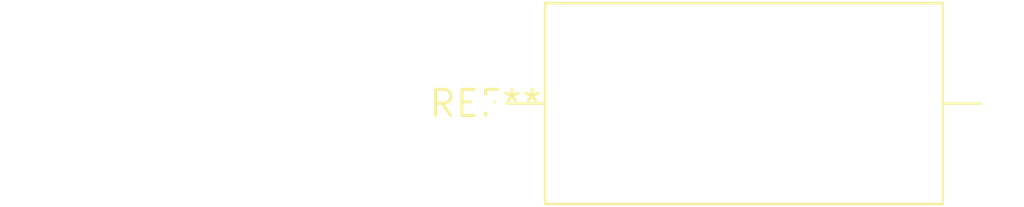
<source format=kicad_pcb>
(kicad_pcb (version 20240108) (generator pcbnew)
  (layers (0 "F.Cu" signal) (31 "B.Cu" signal) (34 "B.Paste" user) (35 "F.Paste" user) (36 "B.SilkS" user "B.Silkscreen") (37 "F.SilkS" user "F.Silkscreen") (38 "B.Mask" user) (39 "F.Mask" user) (44 "Edge.Cuts" user))
  (net 0 "")
  (footprint "C_Axial_L19.0mm_D9.5mm_P25.00mm_Horizontal" (layer "F.Cu") (at 0 0)
    (property "Reference" "REF**")
    (property "Value" "C_Axial_L19.0mm_D9.5mm_P25.00mm_Horizontal")
    (fp_line (start 1.04 0) (end 2.88 0) (layer "F.SilkS") (stroke (width 0.12)))
    (fp_line (start 2.88 -4.87) (end 2.88 4.87) (layer "F.SilkS") (stroke (width 0.12)))
    (fp_line (start 2.88 4.87) (end 22.12 4.87) (layer "F.SilkS") (stroke (width 0.12)))
    (fp_line (start 22.12 -4.87) (end 2.88 -4.87) (layer "F.SilkS") (stroke (width 0.12)))
    (fp_line (start 22.12 4.87) (end 22.12 -4.87) (layer "F.SilkS") (stroke (width 0.12)))
    (fp_line (start 23.96 0) (end 22.12 0) (layer "F.SilkS") (stroke (width 0.12)))
    (pad "1" thru_hole circle (at 0 0) (size 1.6 1.6) (drill 0.8) (layers *.Cu *.Mask) (remove_unused_layers))
    (pad "2" thru_hole oval (at 25 0) (size 1.6 1.6) (drill 0.8) (layers *.Cu *.Mask) (remove_unused_layers))
  )
)
</source>
